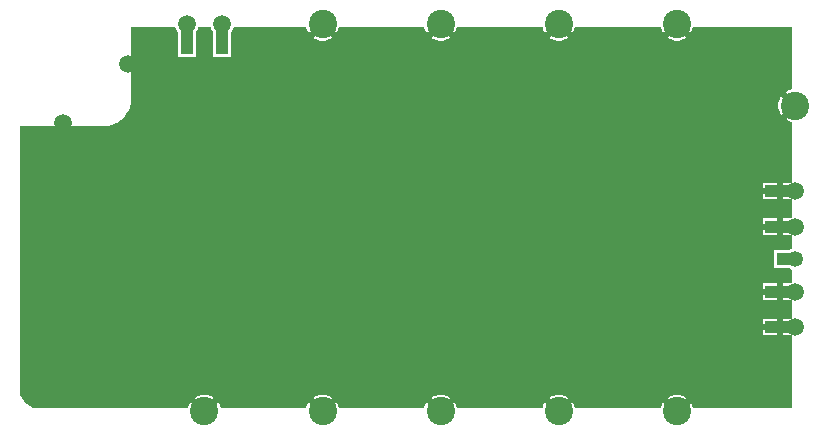
<source format=gbl>
G04*
G04 #@! TF.GenerationSoftware,Altium Limited,Altium Designer,21.7.2 (23)*
G04*
G04 Layer_Physical_Order=2*
G04 Layer_Color=16711680*
%FSLAX43Y43*%
%MOMM*%
G71*
G04*
G04 #@! TF.SameCoordinates,EF449257-7E68-4E29-9D8B-EB38C799C825*
G04*
G04*
G04 #@! TF.FilePolarity,Positive*
G04*
G01*
G75*
%ADD34C,0.600*%
%ADD55C,1.350*%
%ADD56C,1.500*%
%ADD57C,2.400*%
%ADD58C,1.000*%
%ADD59R,1.000X2.500*%
%ADD60R,1.500X1.000*%
%ADD61R,2.500X1.000*%
G36*
X88657Y94105D02*
X88805Y94360D01*
X88880Y94641D01*
X97241D01*
Y89380D01*
X96960Y89305D01*
X96705Y89157D01*
X97681Y88181D01*
X97500Y88000D01*
X97681Y87819D01*
X96705Y86843D01*
X96960Y86695D01*
X97241Y86620D01*
Y81450D01*
X96506D01*
Y80750D01*
Y80050D01*
X97241D01*
Y78450D01*
X96506D01*
Y77750D01*
Y77050D01*
X97241D01*
Y75892D01*
X97141Y75866D01*
X96948Y75754D01*
X95746D01*
Y74246D01*
X96948D01*
X97141Y74134D01*
X97241Y74108D01*
Y72950D01*
X96506D01*
Y72250D01*
Y71550D01*
X97241D01*
X97241Y69950D01*
X96506D01*
Y69250D01*
Y68550D01*
X97241D01*
Y62359D01*
X88880D01*
X88805Y62640D01*
X88657Y62895D01*
X87681Y61919D01*
X87500Y62100D01*
X87319Y61919D01*
X86343Y62895D01*
X86195Y62640D01*
X86120Y62359D01*
X78880D01*
X78805Y62640D01*
X78657Y62895D01*
X77681Y61919D01*
X77500Y62100D01*
X77319Y61919D01*
X76343Y62895D01*
X76195Y62640D01*
X76120Y62359D01*
X68880D01*
X68805Y62640D01*
X68657Y62895D01*
X67681Y61919D01*
X67500Y62100D01*
X67319Y61919D01*
X66343Y62895D01*
X66195Y62640D01*
X66120Y62359D01*
X58880Y62359D01*
X58805Y62640D01*
X58657Y62895D01*
X57681Y61919D01*
X57500Y62100D01*
X57319Y61919D01*
X56343Y62895D01*
X56195Y62640D01*
X56120Y62359D01*
X48880D01*
X48805Y62640D01*
X48657Y62895D01*
X47681Y61919D01*
X47500Y62100D01*
X47319Y61919D01*
X46343Y62895D01*
X46195Y62640D01*
X46120Y62359D01*
X33500D01*
X33338D01*
X33021Y62422D01*
X32723Y62546D01*
X32454Y62725D01*
X32225Y62954D01*
X32046Y63223D01*
X31922Y63521D01*
X31859Y63838D01*
X31859Y64000D01*
D01*
X31859Y86241D01*
X39000D01*
X39006Y86242D01*
X39013Y86241D01*
X39209Y86251D01*
X39227Y86256D01*
X39247D01*
X39631Y86332D01*
X39655Y86342D01*
X39680Y86347D01*
X40042Y86497D01*
X40063Y86511D01*
X40087Y86521D01*
X40413Y86739D01*
X40431Y86757D01*
X40452Y86771D01*
X40729Y87048D01*
X40743Y87069D01*
X40761Y87087D01*
X40979Y87413D01*
X40989Y87437D01*
X41003Y87458D01*
X41153Y87820D01*
X41158Y87845D01*
X41168Y87869D01*
X41244Y88253D01*
Y88273D01*
X41249Y88291D01*
X41259Y88487D01*
X41258Y88494D01*
X41259Y88500D01*
Y94641D01*
X45030D01*
X45064Y94512D01*
X45197Y94284D01*
X45246Y94234D01*
Y92146D01*
X46754D01*
Y94234D01*
X46803Y94284D01*
X46936Y94512D01*
X46970Y94641D01*
X48030D01*
X48064Y94512D01*
X48197Y94284D01*
X48246Y94234D01*
Y92146D01*
X49754D01*
Y94234D01*
X49803Y94284D01*
X49936Y94512D01*
X49970Y94641D01*
X56120Y94641D01*
X56195Y94360D01*
X56343Y94105D01*
X57319Y95081D01*
X57500Y94900D01*
X57681Y95081D01*
X58657Y94105D01*
X58805Y94360D01*
X58880Y94641D01*
X66120D01*
X66195Y94360D01*
X66343Y94105D01*
X67319Y95081D01*
X67500Y94900D01*
X67681Y95081D01*
X68657Y94105D01*
X68805Y94360D01*
X68880Y94641D01*
X76120D01*
X76195Y94360D01*
X76343Y94105D01*
X77319Y95081D01*
X77500Y94900D01*
X77681Y95081D01*
X78657Y94105D01*
X78805Y94360D01*
X78880Y94641D01*
X86120Y94641D01*
X86195Y94360D01*
X86343Y94105D01*
X87319Y95081D01*
X87500Y94900D01*
X87681Y95081D01*
X88657Y94105D01*
D02*
G37*
%LPC*%
G36*
X87500Y94538D02*
X86705Y93743D01*
X86960Y93595D01*
X87316Y93500D01*
X87684D01*
X88040Y93595D01*
X88295Y93743D01*
X87500Y94538D01*
D02*
G37*
G36*
X77500D02*
X76705Y93743D01*
X76960Y93595D01*
X77316Y93500D01*
X77684D01*
X78040Y93595D01*
X78295Y93743D01*
X77500Y94538D01*
D02*
G37*
G36*
X67500D02*
X66705Y93743D01*
X66960Y93595D01*
X67316Y93500D01*
X67684D01*
X68040Y93595D01*
X68295Y93743D01*
X67500Y94538D01*
D02*
G37*
G36*
X57500D02*
X56705Y93743D01*
X56960Y93595D01*
X57316Y93500D01*
X57684D01*
X58040Y93595D01*
X58295Y93743D01*
X57500Y94538D01*
D02*
G37*
G36*
X96343Y88795D02*
X96195Y88540D01*
X96100Y88184D01*
Y87816D01*
X96195Y87460D01*
X96343Y87205D01*
X97138Y88000D01*
X96343Y88795D01*
D02*
G37*
G36*
X95994Y81450D02*
X94800D01*
Y81006D01*
X95994D01*
Y81450D01*
D02*
G37*
G36*
Y80494D02*
X94800D01*
Y80050D01*
X95994D01*
Y80494D01*
D02*
G37*
G36*
Y78450D02*
X94800D01*
Y78006D01*
X95994D01*
Y78450D01*
D02*
G37*
G36*
Y77494D02*
X94800D01*
Y77050D01*
X95994D01*
Y77494D01*
D02*
G37*
G36*
Y72950D02*
X94800D01*
Y72506D01*
X95994D01*
Y72950D01*
D02*
G37*
G36*
Y71994D02*
X94800D01*
Y71550D01*
X95994D01*
Y71994D01*
D02*
G37*
G36*
Y69950D02*
X94800D01*
Y69506D01*
X95994D01*
Y69950D01*
D02*
G37*
G36*
Y68994D02*
X94800D01*
Y68550D01*
X95994D01*
Y68994D01*
D02*
G37*
G36*
X87684Y63500D02*
X87316D01*
X86960Y63405D01*
X86705Y63257D01*
X87500Y62462D01*
X88295Y63257D01*
X88040Y63405D01*
X87684Y63500D01*
D02*
G37*
G36*
X77684D02*
X77316D01*
X76960Y63405D01*
X76705Y63257D01*
X77500Y62462D01*
X78295Y63257D01*
X78040Y63405D01*
X77684Y63500D01*
D02*
G37*
G36*
X67684D02*
X67316D01*
X66960Y63405D01*
X66705Y63257D01*
X67500Y62462D01*
X68295Y63257D01*
X68040Y63405D01*
X67684Y63500D01*
D02*
G37*
G36*
X57684D02*
X57316D01*
X56960Y63405D01*
X56705Y63257D01*
X57500Y62462D01*
X58295Y63257D01*
X58040Y63405D01*
X57684Y63500D01*
D02*
G37*
G36*
X47684D02*
X47316D01*
X46960Y63405D01*
X46705Y63257D01*
X47500Y62462D01*
X48295Y63257D01*
X48040Y63405D01*
X47684Y63500D01*
D02*
G37*
%LPD*%
D34*
X43925Y74746D02*
D03*
X38000Y80750D02*
D03*
Y71000D02*
D03*
X41250Y86000D02*
D03*
X42250Y88000D02*
D03*
X95000Y73750D02*
D03*
X96000Y92000D02*
D03*
Y84000D02*
D03*
Y67750D02*
D03*
X95000Y93750D02*
D03*
X94000Y92000D02*
D03*
X95000Y90000D02*
D03*
Y86000D02*
D03*
Y82250D02*
D03*
Y66000D02*
D03*
X94000Y63750D02*
D03*
X93000Y93750D02*
D03*
X92000Y92000D02*
D03*
Y63750D02*
D03*
X91000Y93750D02*
D03*
X90000Y92000D02*
D03*
Y63750D02*
D03*
X88000Y92000D02*
D03*
X86000D02*
D03*
X85000Y93750D02*
D03*
X84000Y92000D02*
D03*
Y63750D02*
D03*
X83000Y93750D02*
D03*
X82000Y92000D02*
D03*
Y63750D02*
D03*
X81000Y93750D02*
D03*
X80000Y92000D02*
D03*
Y63750D02*
D03*
X78000Y92000D02*
D03*
X76000D02*
D03*
X75000Y93750D02*
D03*
X74000Y92000D02*
D03*
Y63750D02*
D03*
X73000Y93750D02*
D03*
X72000Y92000D02*
D03*
Y63750D02*
D03*
X71000Y93750D02*
D03*
X70000Y92000D02*
D03*
Y63750D02*
D03*
X68000Y92000D02*
D03*
X66000D02*
D03*
X65000Y93750D02*
D03*
X64000Y92000D02*
D03*
Y63750D02*
D03*
X63000Y93750D02*
D03*
X62000Y92000D02*
D03*
Y63750D02*
D03*
X61000Y93750D02*
D03*
X60000Y92000D02*
D03*
Y63750D02*
D03*
X58000Y92000D02*
D03*
X56000D02*
D03*
X55000Y93750D02*
D03*
X54000Y92000D02*
D03*
X53750Y88000D02*
D03*
Y84000D02*
D03*
Y79000D02*
D03*
Y71250D02*
D03*
Y68000D02*
D03*
X54000Y63750D02*
D03*
X53000Y93750D02*
D03*
X52000Y92000D02*
D03*
X53000Y90000D02*
D03*
X52000Y88000D02*
D03*
X53000Y86000D02*
D03*
X52000Y68000D02*
D03*
X53000Y66000D02*
D03*
X52000Y63750D02*
D03*
X51000Y90000D02*
D03*
X50000Y88000D02*
D03*
X51000Y86000D02*
D03*
X50000Y68000D02*
D03*
X51000Y66000D02*
D03*
X50000Y63750D02*
D03*
X49000Y90000D02*
D03*
Y78500D02*
D03*
X48000Y68000D02*
D03*
X49000Y66000D02*
D03*
X46000Y88000D02*
D03*
Y68000D02*
D03*
X47000Y66000D02*
D03*
X44000Y88000D02*
D03*
X45000Y86000D02*
D03*
X44000Y68000D02*
D03*
X45000Y66000D02*
D03*
X44000Y64000D02*
D03*
X43000Y90000D02*
D03*
Y86000D02*
D03*
X42000Y68000D02*
D03*
X43000Y66000D02*
D03*
X42000Y64000D02*
D03*
X41000Y82000D02*
D03*
X40000Y68000D02*
D03*
X41000Y66000D02*
D03*
X40000Y64000D02*
D03*
X37750Y84000D02*
D03*
X38000Y79000D02*
D03*
Y72500D02*
D03*
Y68000D02*
D03*
X39000Y66000D02*
D03*
X38000Y64000D02*
D03*
X36000Y84000D02*
D03*
X37000Y82000D02*
D03*
X36000Y68000D02*
D03*
X37000Y66000D02*
D03*
X36000Y64000D02*
D03*
X35000Y82000D02*
D03*
X34000Y68000D02*
D03*
X35000Y66000D02*
D03*
X38000Y77250D02*
D03*
X53750Y81500D02*
D03*
Y73000D02*
D03*
X95000Y70750D02*
D03*
Y79250D02*
D03*
X43250Y73000D02*
D03*
X44500D02*
D03*
X46500Y83250D02*
D03*
X44500Y83000D02*
D03*
X42500D02*
D03*
X49000Y76500D02*
D03*
X50500D02*
D03*
Y78500D02*
D03*
Y80500D02*
D03*
Y82000D02*
D03*
X49500Y83000D02*
D03*
X46000Y80500D02*
D03*
X44500Y80000D02*
D03*
Y78500D02*
D03*
Y77000D02*
D03*
X41250Y73000D02*
D03*
X46000D02*
D03*
X48000D02*
D03*
X50000D02*
D03*
X53750Y77250D02*
D03*
X53000Y69500D02*
D03*
X51000D02*
D03*
X49000D02*
D03*
X47000D02*
D03*
X45000D02*
D03*
X43000D02*
D03*
X41000D02*
D03*
X39000D02*
D03*
D55*
X97500Y75000D02*
D03*
D56*
X41000Y91500D02*
D03*
X35500Y86500D02*
D03*
X49000Y94900D02*
D03*
X46000D02*
D03*
X97500Y69250D02*
D03*
Y80750D02*
D03*
Y72250D02*
D03*
Y77750D02*
D03*
D57*
X47500Y62100D02*
D03*
X87500Y94900D02*
D03*
X77500D02*
D03*
X67500D02*
D03*
X57500D02*
D03*
X97500Y88000D02*
D03*
X87500Y62100D02*
D03*
X77500D02*
D03*
X67500D02*
D03*
X57500D02*
D03*
D58*
X36400Y71000D02*
D03*
X34500D02*
D03*
X35500Y73000D02*
D03*
X33750D02*
D03*
X36400Y79000D02*
D03*
X34500D02*
D03*
X35500Y77000D02*
D03*
X33750D02*
D03*
D59*
X46000Y93650D02*
D03*
X49000D02*
D03*
D60*
X96750Y75000D02*
D03*
D61*
X96250Y80750D02*
D03*
Y69250D02*
D03*
Y72250D02*
D03*
Y77750D02*
D03*
M02*

</source>
